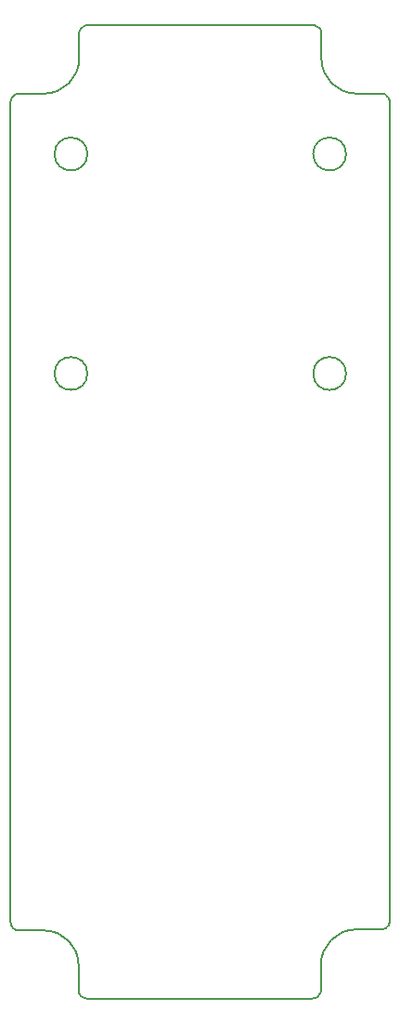
<source format=gbr>
%TF.GenerationSoftware,KiCad,Pcbnew,5.1.10*%
%TF.CreationDate,2021-09-21T18:47:02-07:00*%
%TF.ProjectId,MainBoard,4d61696e-426f-4617-9264-2e6b69636164,rev?*%
%TF.SameCoordinates,Original*%
%TF.FileFunction,Profile,NP*%
%FSLAX46Y46*%
G04 Gerber Fmt 4.6, Leading zero omitted, Abs format (unit mm)*
G04 Created by KiCad (PCBNEW 5.1.10) date 2021-09-21 18:47:02*
%MOMM*%
%LPD*%
G01*
G04 APERTURE LIST*
%TA.AperFunction,Profile*%
%ADD10C,0.200000*%
%TD*%
G04 APERTURE END LIST*
D10*
X114250000Y-61900000D02*
G75*
G02*
X111050000Y-58700000I0J3200000D01*
G01*
X116500342Y-61900000D02*
X114249999Y-61900000D01*
X117284667Y-62543764D02*
X117299999Y-62699657D01*
X117239208Y-62393747D02*
X117284667Y-62543764D01*
X117165277Y-62255365D02*
X117239208Y-62393747D01*
X117065827Y-62134172D02*
X117165277Y-62255365D01*
X116944634Y-62034722D02*
X117065827Y-62134172D01*
X116806252Y-61960791D02*
X116944634Y-62034722D01*
X116656235Y-61915332D02*
X116806252Y-61960791D01*
X116500342Y-61900000D02*
X116656235Y-61915332D01*
X117299999Y-137250342D02*
X117300000Y-62699657D01*
X116656235Y-138034667D02*
X116500342Y-138049999D01*
X116806252Y-137989208D02*
X116656235Y-138034667D01*
X116944634Y-137915277D02*
X116806252Y-137989208D01*
X117065827Y-137815827D02*
X116944634Y-137915277D01*
X117165277Y-137694634D02*
X117065827Y-137815827D01*
X117239208Y-137556252D02*
X117165277Y-137694634D01*
X117284667Y-137406235D02*
X117239208Y-137556252D01*
X117299999Y-137250342D02*
X117284667Y-137406235D01*
X114250000Y-138050000D02*
X116500342Y-138050000D01*
X111000000Y-141300000D02*
G75*
G02*
X114250000Y-138050000I3250000J0D01*
G01*
X111000000Y-143550342D02*
X111000000Y-141300000D01*
X110356235Y-144334667D02*
X110200342Y-144349999D01*
X110506252Y-144289208D02*
X110356235Y-144334667D01*
X110644634Y-144215277D02*
X110506252Y-144289208D01*
X110765827Y-144115827D02*
X110644634Y-144215277D01*
X110865277Y-143994634D02*
X110765827Y-144115827D01*
X110939208Y-143856252D02*
X110865277Y-143994634D01*
X110984667Y-143706235D02*
X110939208Y-143856252D01*
X110999999Y-143550342D02*
X110984667Y-143706235D01*
X89699657Y-144350000D02*
X110200342Y-144350000D01*
X82715332Y-137506235D02*
X82700000Y-137350342D01*
X82760791Y-137656252D02*
X82715332Y-137506235D01*
X82834722Y-137794634D02*
X82760791Y-137656252D01*
X82934172Y-137915827D02*
X82834722Y-137794634D01*
X83055365Y-138015277D02*
X82934172Y-137915827D01*
X83193747Y-138089208D02*
X83055365Y-138015277D01*
X83343764Y-138134667D02*
X83193747Y-138089208D01*
X83499657Y-138149999D02*
X83343764Y-138134667D01*
X82699999Y-62699657D02*
X82700000Y-137350342D01*
X83499657Y-138150000D02*
X85750000Y-138150000D01*
X85750000Y-138150000D02*
G75*
G02*
X88900000Y-141300000I0J-3150000D01*
G01*
X88899999Y-141300000D02*
X88899999Y-143550342D01*
X88915332Y-143706235D02*
X88900000Y-143550342D01*
X88960791Y-143856252D02*
X88915332Y-143706235D01*
X89034722Y-143994634D02*
X88960791Y-143856252D01*
X89134172Y-144115827D02*
X89034722Y-143994634D01*
X89255365Y-144215277D02*
X89134172Y-144115827D01*
X89393747Y-144289208D02*
X89255365Y-144215277D01*
X89543764Y-144334667D02*
X89393747Y-144289208D01*
X89699657Y-144349999D02*
X89543764Y-144334667D01*
X111050000Y-58700000D02*
X111050000Y-56449657D01*
X111034667Y-56293764D02*
X111049999Y-56449657D01*
X110989208Y-56143747D02*
X111034667Y-56293764D01*
X110915277Y-56005365D02*
X110989208Y-56143747D01*
X110815827Y-55884172D02*
X110915277Y-56005365D01*
X110694634Y-55784722D02*
X110815827Y-55884172D01*
X110556252Y-55710791D02*
X110694634Y-55784722D01*
X110406235Y-55665332D02*
X110556252Y-55710791D01*
X110250342Y-55650000D02*
X110406235Y-55665332D01*
X110250342Y-55650000D02*
X89749657Y-55650000D01*
X113300000Y-67400000D02*
G75*
G03*
X113300000Y-67400000I-1500000J0D01*
G01*
X89699999Y-67400000D02*
G75*
G03*
X89699999Y-67400000I-1500000J0D01*
G01*
X89699999Y-87400000D02*
G75*
G03*
X89699999Y-87400000I-1500000J0D01*
G01*
X113300000Y-87400000D02*
G75*
G03*
X113300000Y-87400000I-1500000J0D01*
G01*
X89593764Y-55665332D02*
X89749657Y-55650000D01*
X89443747Y-55710791D02*
X89593764Y-55665332D01*
X89305365Y-55784722D02*
X89443747Y-55710791D01*
X89184172Y-55884172D02*
X89305365Y-55784722D01*
X89084722Y-56005365D02*
X89184172Y-55884172D01*
X89010791Y-56143747D02*
X89084722Y-56005365D01*
X88965332Y-56293764D02*
X89010791Y-56143747D01*
X88950000Y-56449657D02*
X88965332Y-56293764D01*
X88950000Y-56449657D02*
X88950000Y-58700000D01*
X88950000Y-58700000D02*
G75*
G02*
X85750000Y-61900000I-3200000J0D01*
G01*
X85750000Y-61900000D02*
X83499657Y-61900000D01*
X83343764Y-61915332D02*
X83499657Y-61900000D01*
X83193747Y-61960791D02*
X83343764Y-61915332D01*
X83055365Y-62034722D02*
X83193747Y-61960791D01*
X82934172Y-62134172D02*
X83055365Y-62034722D01*
X82834722Y-62255365D02*
X82934172Y-62134172D01*
X82760791Y-62393747D02*
X82834722Y-62255365D01*
X82715332Y-62543764D02*
X82760791Y-62393747D01*
X82700000Y-62699657D02*
X82715332Y-62543764D01*
M02*

</source>
